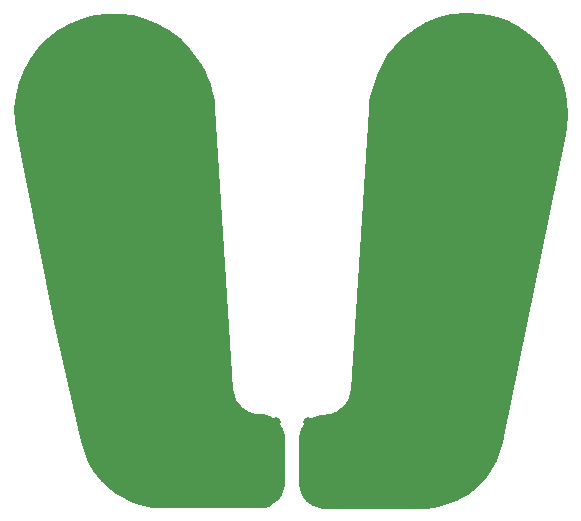
<source format=gbr>
%TF.GenerationSoftware,KiCad,Pcbnew,5.1.7-a382d34a8~88~ubuntu16.04.1*%
%TF.CreationDate,2021-09-09T22:43:01+02:00*%
%TF.ProjectId,korad_kel103_converter,6b6f7261-645f-46b6-956c-3130335f636f,rev?*%
%TF.SameCoordinates,Original*%
%TF.FileFunction,Copper,L2,Bot*%
%TF.FilePolarity,Positive*%
%FSLAX46Y46*%
G04 Gerber Fmt 4.6, Leading zero omitted, Abs format (unit mm)*
G04 Created by KiCad (PCBNEW 5.1.7-a382d34a8~88~ubuntu16.04.1) date 2021-09-09 22:43:01*
%MOMM*%
%LPD*%
G01*
G04 APERTURE LIST*
%TA.AperFunction,ComponentPad*%
%ADD10C,0.900000*%
%TD*%
%TA.AperFunction,ComponentPad*%
%ADD11C,11.000000*%
%TD*%
%TA.AperFunction,ComponentPad*%
%ADD12C,16.000000*%
%TD*%
%TA.AperFunction,ViaPad*%
%ADD13C,0.800000*%
%TD*%
%TA.AperFunction,ViaPad*%
%ADD14C,2.000000*%
%TD*%
%TA.AperFunction,Conductor*%
%ADD15C,0.254000*%
%TD*%
%TA.AperFunction,Conductor*%
%ADD16C,0.100000*%
%TD*%
G04 APERTURE END LIST*
D10*
%TO.P,J4,1*%
%TO.N,Net-(J2-Pad1)*%
X144818019Y-88818019D03*
X143500000Y-92000000D03*
X144818019Y-95181981D03*
X148000000Y-96500000D03*
X151181981Y-95181981D03*
X152500000Y-92000000D03*
X151181981Y-88818019D03*
X148000000Y-87500000D03*
D11*
X148000000Y-92000000D03*
%TD*%
D10*
%TO.P,J3,1*%
%TO.N,Net-(J1-Pad1)*%
X122818019Y-88818019D03*
X121500000Y-92000000D03*
X122818019Y-95181981D03*
X126000000Y-96500000D03*
X129181981Y-95181981D03*
X130500000Y-92000000D03*
X129181981Y-88818019D03*
X126000000Y-87500000D03*
D11*
X126000000Y-92000000D03*
%TD*%
D12*
%TO.P,J2,1*%
%TO.N,Net-(J2-Pad1)*%
X151900000Y-63900000D03*
%TD*%
%TO.P,J1,1*%
%TO.N,Net-(J1-Pad1)*%
X122000000Y-64000000D03*
%TD*%
D13*
%TO.N,Net-(J1-Pad1)*%
X135750000Y-96500000D03*
X135750000Y-94750000D03*
X135750000Y-93250000D03*
X135750000Y-91750000D03*
X135750000Y-90250000D03*
D14*
X122000000Y-58000000D03*
X128000000Y-64000000D03*
X116000000Y-64000000D03*
X122000000Y-70000000D03*
X126000000Y-68000000D03*
X126000000Y-60000000D03*
X118000000Y-60000000D03*
X118000000Y-68000000D03*
D13*
X134500000Y-93250000D03*
X134500000Y-90250000D03*
X134500000Y-96500000D03*
X134500000Y-94750000D03*
X134500000Y-91750000D03*
X133250000Y-90250000D03*
X133250000Y-93250000D03*
X133250000Y-91750000D03*
X133250000Y-96500000D03*
X133250000Y-94750000D03*
D14*
%TO.N,Net-(J2-Pad1)*%
X152000000Y-58000000D03*
X152000000Y-70000000D03*
X158000000Y-64000000D03*
X146000000Y-64000000D03*
X148000000Y-68000000D03*
X148000000Y-60000000D03*
X156000000Y-60000000D03*
X156000000Y-68000000D03*
D13*
X139750000Y-93500000D03*
X139750000Y-92000000D03*
X138500000Y-95000000D03*
X138500000Y-92000000D03*
X141000000Y-93500000D03*
X141000000Y-95000000D03*
X138500000Y-90250000D03*
X139750000Y-95000000D03*
X139750000Y-96500000D03*
X141000000Y-92000000D03*
X139750000Y-90250000D03*
X138500000Y-96500000D03*
X138500000Y-93500000D03*
X141000000Y-90250000D03*
X141000000Y-96500000D03*
%TD*%
D15*
%TO.N,Net-(J1-Pad1)*%
X122560195Y-55721453D02*
X123650165Y-55868264D01*
X124711146Y-56157943D01*
X125724492Y-56585398D01*
X126672400Y-57143117D01*
X127538223Y-57821306D01*
X128309536Y-58610906D01*
X128831809Y-59293520D01*
X128864463Y-59342191D01*
X129373801Y-60031582D01*
X129660044Y-60604068D01*
X129879883Y-61083029D01*
X130066569Y-61573603D01*
X130220152Y-62075529D01*
X130339945Y-62586559D01*
X130425424Y-63104457D01*
X130476404Y-63628967D01*
X131988302Y-87387356D01*
X131989152Y-87396013D01*
X132029978Y-87703361D01*
X132033442Y-87720401D01*
X132115868Y-88019292D01*
X132121627Y-88035699D01*
X132244107Y-88320529D01*
X132252054Y-88335995D01*
X132412292Y-88601426D01*
X132422276Y-88615662D01*
X132617268Y-88856717D01*
X132629104Y-88869455D01*
X132855196Y-89081616D01*
X132868660Y-89092619D01*
X133121612Y-89271909D01*
X133136453Y-89280969D01*
X133411524Y-89424027D01*
X133427465Y-89430975D01*
X133719499Y-89535118D01*
X133736237Y-89539824D01*
X134039759Y-89603102D01*
X134056985Y-89605477D01*
X134366245Y-89626698D01*
X134659293Y-89647657D01*
X134937810Y-89708244D01*
X135204867Y-89807852D01*
X135455025Y-89944448D01*
X135683196Y-90115255D01*
X135884745Y-90316804D01*
X136055552Y-90544975D01*
X136192148Y-90795133D01*
X136291756Y-91062190D01*
X136352343Y-91340707D01*
X136373000Y-91629530D01*
X136373000Y-95245844D01*
X136354568Y-95527068D01*
X136300396Y-95799406D01*
X136211145Y-96062330D01*
X136088335Y-96311365D01*
X135934074Y-96542233D01*
X135750995Y-96750995D01*
X135542233Y-96934074D01*
X135311365Y-97088335D01*
X135062330Y-97211145D01*
X134799406Y-97300396D01*
X134527068Y-97354568D01*
X134245844Y-97373000D01*
X126252394Y-97373000D01*
X125721386Y-97353065D01*
X125195762Y-97293643D01*
X124676070Y-97194976D01*
X124165230Y-97057619D01*
X123666138Y-96882350D01*
X123181573Y-96670146D01*
X122714302Y-96422218D01*
X122266933Y-96139949D01*
X121841983Y-95824929D01*
X121441846Y-95478932D01*
X121068782Y-95103911D01*
X120724892Y-94701979D01*
X120412099Y-94275385D01*
X120132167Y-93826530D01*
X119886690Y-93357975D01*
X119677027Y-92872314D01*
X119504370Y-92372305D01*
X119369079Y-91858438D01*
X117107664Y-81741578D01*
X113904445Y-65828224D01*
X113733202Y-64712897D01*
X113711537Y-63613298D01*
X113835489Y-62520493D01*
X114102885Y-61453683D01*
X114509023Y-60431607D01*
X115046773Y-59472220D01*
X115706679Y-58592388D01*
X116477155Y-57807558D01*
X117344660Y-57131524D01*
X118293953Y-56576162D01*
X119308359Y-56151227D01*
X120370058Y-55864187D01*
X121460386Y-55720085D01*
X122560195Y-55721453D01*
%TA.AperFunction,Conductor*%
D16*
G36*
X122560195Y-55721453D02*
G01*
X123650165Y-55868264D01*
X124711146Y-56157943D01*
X125724492Y-56585398D01*
X126672400Y-57143117D01*
X127538223Y-57821306D01*
X128309536Y-58610906D01*
X128831809Y-59293520D01*
X128864463Y-59342191D01*
X129373801Y-60031582D01*
X129660044Y-60604068D01*
X129879883Y-61083029D01*
X130066569Y-61573603D01*
X130220152Y-62075529D01*
X130339945Y-62586559D01*
X130425424Y-63104457D01*
X130476404Y-63628967D01*
X131988302Y-87387356D01*
X131989152Y-87396013D01*
X132029978Y-87703361D01*
X132033442Y-87720401D01*
X132115868Y-88019292D01*
X132121627Y-88035699D01*
X132244107Y-88320529D01*
X132252054Y-88335995D01*
X132412292Y-88601426D01*
X132422276Y-88615662D01*
X132617268Y-88856717D01*
X132629104Y-88869455D01*
X132855196Y-89081616D01*
X132868660Y-89092619D01*
X133121612Y-89271909D01*
X133136453Y-89280969D01*
X133411524Y-89424027D01*
X133427465Y-89430975D01*
X133719499Y-89535118D01*
X133736237Y-89539824D01*
X134039759Y-89603102D01*
X134056985Y-89605477D01*
X134366245Y-89626698D01*
X134659293Y-89647657D01*
X134937810Y-89708244D01*
X135204867Y-89807852D01*
X135455025Y-89944448D01*
X135683196Y-90115255D01*
X135884745Y-90316804D01*
X136055552Y-90544975D01*
X136192148Y-90795133D01*
X136291756Y-91062190D01*
X136352343Y-91340707D01*
X136373000Y-91629530D01*
X136373000Y-95245844D01*
X136354568Y-95527068D01*
X136300396Y-95799406D01*
X136211145Y-96062330D01*
X136088335Y-96311365D01*
X135934074Y-96542233D01*
X135750995Y-96750995D01*
X135542233Y-96934074D01*
X135311365Y-97088335D01*
X135062330Y-97211145D01*
X134799406Y-97300396D01*
X134527068Y-97354568D01*
X134245844Y-97373000D01*
X126252394Y-97373000D01*
X125721386Y-97353065D01*
X125195762Y-97293643D01*
X124676070Y-97194976D01*
X124165230Y-97057619D01*
X123666138Y-96882350D01*
X123181573Y-96670146D01*
X122714302Y-96422218D01*
X122266933Y-96139949D01*
X121841983Y-95824929D01*
X121441846Y-95478932D01*
X121068782Y-95103911D01*
X120724892Y-94701979D01*
X120412099Y-94275385D01*
X120132167Y-93826530D01*
X119886690Y-93357975D01*
X119677027Y-92872314D01*
X119504370Y-92372305D01*
X119369079Y-91858438D01*
X117107664Y-81741578D01*
X113904445Y-65828224D01*
X113733202Y-64712897D01*
X113711537Y-63613298D01*
X113835489Y-62520493D01*
X114102885Y-61453683D01*
X114509023Y-60431607D01*
X115046773Y-59472220D01*
X115706679Y-58592388D01*
X116477155Y-57807558D01*
X117344660Y-57131524D01*
X118293953Y-56576162D01*
X119308359Y-56151227D01*
X120370058Y-55864187D01*
X121460386Y-55720085D01*
X122560195Y-55721453D01*
G37*
%TD.AperFunction*%
%TD*%
D15*
%TO.N,Net-(J2-Pad1)*%
X153102828Y-55726484D02*
X154186281Y-55944947D01*
X155231315Y-56304781D01*
X156219590Y-56799672D01*
X157133725Y-57420917D01*
X157957663Y-58157603D01*
X158676939Y-58996797D01*
X159278903Y-59923740D01*
X159752986Y-60922156D01*
X160090858Y-61974504D01*
X160286580Y-63062286D01*
X160336718Y-64166410D01*
X160239416Y-65278594D01*
X160137944Y-65817458D01*
X155038726Y-90953008D01*
X154825159Y-91908438D01*
X154689868Y-92422305D01*
X154517211Y-92922314D01*
X154307548Y-93407975D01*
X154062071Y-93876530D01*
X153782139Y-94325385D01*
X153469346Y-94751979D01*
X153125456Y-95153911D01*
X152752392Y-95528932D01*
X152352255Y-95874929D01*
X151927305Y-96189949D01*
X151479936Y-96472218D01*
X151012665Y-96720146D01*
X150528100Y-96932350D01*
X150029008Y-97107619D01*
X149518168Y-97244976D01*
X148998476Y-97343643D01*
X148472852Y-97403065D01*
X147941844Y-97423000D01*
X139948394Y-97423000D01*
X139667170Y-97404568D01*
X139394832Y-97350396D01*
X139131908Y-97261145D01*
X138882873Y-97138335D01*
X138652005Y-96984074D01*
X138443243Y-96800995D01*
X138260164Y-96592233D01*
X138105903Y-96361365D01*
X137983093Y-96112330D01*
X137893842Y-95849406D01*
X137839670Y-95577068D01*
X137821238Y-95295844D01*
X137821238Y-91679530D01*
X137841895Y-91390707D01*
X137902482Y-91112190D01*
X138002090Y-90845133D01*
X138138686Y-90594975D01*
X138309493Y-90366804D01*
X138511042Y-90165255D01*
X138739213Y-89994448D01*
X138989371Y-89857852D01*
X139256428Y-89758244D01*
X139534945Y-89697657D01*
X139827993Y-89676698D01*
X140137253Y-89655477D01*
X140154479Y-89653102D01*
X140458001Y-89589824D01*
X140474739Y-89585118D01*
X140766773Y-89480975D01*
X140782714Y-89474027D01*
X141057785Y-89330969D01*
X141072626Y-89321909D01*
X141325578Y-89142619D01*
X141339042Y-89131616D01*
X141565134Y-88919455D01*
X141576970Y-88906717D01*
X141771962Y-88665662D01*
X141781946Y-88651426D01*
X141942184Y-88385995D01*
X141950131Y-88370529D01*
X142072611Y-88085699D01*
X142078370Y-88069292D01*
X142160796Y-87770401D01*
X142164260Y-87753361D01*
X142205086Y-87446013D01*
X142205936Y-87437356D01*
X143717834Y-63678967D01*
X143768814Y-63154457D01*
X143854293Y-62636559D01*
X143974086Y-62125529D01*
X144127669Y-61623603D01*
X144314355Y-61133029D01*
X144534194Y-60654068D01*
X145279294Y-59163869D01*
X145840151Y-58448514D01*
X146638507Y-57669359D01*
X147532896Y-57002638D01*
X148507615Y-56460057D01*
X149545519Y-56051161D01*
X150628400Y-55783122D01*
X151753733Y-55658832D01*
X151987217Y-55652385D01*
X153102828Y-55726484D01*
%TA.AperFunction,Conductor*%
D16*
G36*
X153102828Y-55726484D02*
G01*
X154186281Y-55944947D01*
X155231315Y-56304781D01*
X156219590Y-56799672D01*
X157133725Y-57420917D01*
X157957663Y-58157603D01*
X158676939Y-58996797D01*
X159278903Y-59923740D01*
X159752986Y-60922156D01*
X160090858Y-61974504D01*
X160286580Y-63062286D01*
X160336718Y-64166410D01*
X160239416Y-65278594D01*
X160137944Y-65817458D01*
X155038726Y-90953008D01*
X154825159Y-91908438D01*
X154689868Y-92422305D01*
X154517211Y-92922314D01*
X154307548Y-93407975D01*
X154062071Y-93876530D01*
X153782139Y-94325385D01*
X153469346Y-94751979D01*
X153125456Y-95153911D01*
X152752392Y-95528932D01*
X152352255Y-95874929D01*
X151927305Y-96189949D01*
X151479936Y-96472218D01*
X151012665Y-96720146D01*
X150528100Y-96932350D01*
X150029008Y-97107619D01*
X149518168Y-97244976D01*
X148998476Y-97343643D01*
X148472852Y-97403065D01*
X147941844Y-97423000D01*
X139948394Y-97423000D01*
X139667170Y-97404568D01*
X139394832Y-97350396D01*
X139131908Y-97261145D01*
X138882873Y-97138335D01*
X138652005Y-96984074D01*
X138443243Y-96800995D01*
X138260164Y-96592233D01*
X138105903Y-96361365D01*
X137983093Y-96112330D01*
X137893842Y-95849406D01*
X137839670Y-95577068D01*
X137821238Y-95295844D01*
X137821238Y-91679530D01*
X137841895Y-91390707D01*
X137902482Y-91112190D01*
X138002090Y-90845133D01*
X138138686Y-90594975D01*
X138309493Y-90366804D01*
X138511042Y-90165255D01*
X138739213Y-89994448D01*
X138989371Y-89857852D01*
X139256428Y-89758244D01*
X139534945Y-89697657D01*
X139827993Y-89676698D01*
X140137253Y-89655477D01*
X140154479Y-89653102D01*
X140458001Y-89589824D01*
X140474739Y-89585118D01*
X140766773Y-89480975D01*
X140782714Y-89474027D01*
X141057785Y-89330969D01*
X141072626Y-89321909D01*
X141325578Y-89142619D01*
X141339042Y-89131616D01*
X141565134Y-88919455D01*
X141576970Y-88906717D01*
X141771962Y-88665662D01*
X141781946Y-88651426D01*
X141942184Y-88385995D01*
X141950131Y-88370529D01*
X142072611Y-88085699D01*
X142078370Y-88069292D01*
X142160796Y-87770401D01*
X142164260Y-87753361D01*
X142205086Y-87446013D01*
X142205936Y-87437356D01*
X143717834Y-63678967D01*
X143768814Y-63154457D01*
X143854293Y-62636559D01*
X143974086Y-62125529D01*
X144127669Y-61623603D01*
X144314355Y-61133029D01*
X144534194Y-60654068D01*
X145279294Y-59163869D01*
X145840151Y-58448514D01*
X146638507Y-57669359D01*
X147532896Y-57002638D01*
X148507615Y-56460057D01*
X149545519Y-56051161D01*
X150628400Y-55783122D01*
X151753733Y-55658832D01*
X151987217Y-55652385D01*
X153102828Y-55726484D01*
G37*
%TD.AperFunction*%
%TD*%
M02*

</source>
